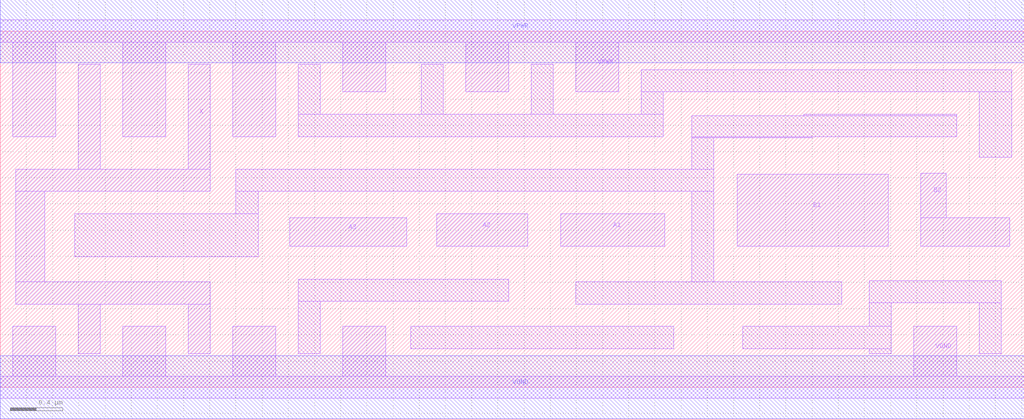
<source format=lef>
# Copyright 2020 The SkyWater PDK Authors
#
# Licensed under the Apache License, Version 2.0 (the "License");
# you may not use this file except in compliance with the License.
# You may obtain a copy of the License at
#
#     https://www.apache.org/licenses/LICENSE-2.0
#
# Unless required by applicable law or agreed to in writing, software
# distributed under the License is distributed on an "AS IS" BASIS,
# WITHOUT WARRANTIES OR CONDITIONS OF ANY KIND, either express or implied.
# See the License for the specific language governing permissions and
# limitations under the License.
#
# SPDX-License-Identifier: Apache-2.0

VERSION 5.5 ;
NAMESCASESENSITIVE ON ;
BUSBITCHARS "[]" ;
DIVIDERCHAR "/" ;
MACRO sky130_fd_sc_hd__a32o_4
  CLASS CORE ;
  SOURCE USER ;
  ORIGIN  0.000000  0.000000 ;
  SIZE  7.820000 BY  2.720000 ;
  SYMMETRY X Y R90 ;
  SITE unithd ;
  PIN A1
    ANTENNAGATEAREA  0.495000 ;
    DIRECTION INPUT ;
    USE SIGNAL ;
    PORT
      LAYER li1 ;
        RECT 4.280000 1.075000 5.075000 1.325000 ;
    END
  END A1
  PIN A2
    ANTENNAGATEAREA  0.495000 ;
    DIRECTION INPUT ;
    USE SIGNAL ;
    PORT
      LAYER li1 ;
        RECT 3.335000 1.075000 4.030000 1.325000 ;
    END
  END A2
  PIN A3
    ANTENNAGATEAREA  0.495000 ;
    DIRECTION INPUT ;
    USE SIGNAL ;
    PORT
      LAYER li1 ;
        RECT 2.210000 1.075000 3.105000 1.295000 ;
    END
  END A3
  PIN B1
    ANTENNAGATEAREA  0.495000 ;
    DIRECTION INPUT ;
    USE SIGNAL ;
    PORT
      LAYER li1 ;
        RECT 5.630000 1.075000 6.780000 1.625000 ;
    END
  END B1
  PIN B2
    ANTENNAGATEAREA  0.495000 ;
    DIRECTION INPUT ;
    USE SIGNAL ;
    PORT
      LAYER li1 ;
        RECT 7.030000 1.075000 7.710000 1.295000 ;
        RECT 7.030000 1.295000 7.225000 1.635000 ;
    END
  END B2
  PIN X
    ANTENNADIFFAREA  0.891000 ;
    DIRECTION OUTPUT ;
    USE SIGNAL ;
    PORT
      LAYER li1 ;
        RECT 0.120000 0.635000 1.605000 0.805000 ;
        RECT 0.120000 0.805000 0.340000 1.495000 ;
        RECT 0.120000 1.495000 1.605000 1.665000 ;
        RECT 0.595000 0.255000 0.765000 0.635000 ;
        RECT 0.595000 1.665000 0.765000 2.465000 ;
        RECT 1.435000 0.255000 1.605000 0.635000 ;
        RECT 1.435000 1.665000 1.605000 2.465000 ;
    END
  END X
  PIN VGND
    DIRECTION INOUT ;
    SHAPE ABUTMENT ;
    USE GROUND ;
    PORT
      LAYER li1 ;
        RECT 0.000000 -0.085000 7.820000 0.085000 ;
        RECT 0.095000  0.085000 0.425000 0.465000 ;
        RECT 0.935000  0.085000 1.265000 0.465000 ;
        RECT 1.775000  0.085000 2.105000 0.465000 ;
        RECT 2.615000  0.085000 2.945000 0.465000 ;
        RECT 6.975000  0.085000 7.305000 0.465000 ;
    END
    PORT
      LAYER met1 ;
        RECT 0.000000 -0.240000 7.820000 0.240000 ;
    END
  END VGND
  PIN VNB
    DIRECTION INOUT ;
    USE GROUND ;
    PORT
    END
  END VNB
  PIN VPB
    DIRECTION INOUT ;
    USE POWER ;
    PORT
    END
  END VPB
  PIN VPWR
    DIRECTION INOUT ;
    SHAPE ABUTMENT ;
    USE POWER ;
    PORT
      LAYER li1 ;
        RECT 0.000000 2.635000 7.820000 2.805000 ;
        RECT 0.095000 1.915000 0.425000 2.635000 ;
        RECT 0.935000 1.915000 1.265000 2.635000 ;
        RECT 1.775000 1.915000 2.105000 2.635000 ;
        RECT 2.615000 2.255000 2.945000 2.635000 ;
        RECT 3.555000 2.255000 3.885000 2.635000 ;
        RECT 4.395000 2.255000 4.725000 2.635000 ;
    END
    PORT
      LAYER met1 ;
        RECT 0.000000 2.480000 7.820000 2.960000 ;
    END
  END VPWR
  OBS
    LAYER li1 ;
      RECT 0.570000 0.995000 1.970000 1.325000 ;
      RECT 1.800000 1.325000 1.970000 1.495000 ;
      RECT 1.800000 1.495000 5.450000 1.665000 ;
      RECT 2.275000 0.255000 2.445000 0.655000 ;
      RECT 2.275000 0.655000 3.885000 0.825000 ;
      RECT 2.275000 1.915000 5.065000 2.085000 ;
      RECT 2.275000 2.085000 2.445000 2.465000 ;
      RECT 3.135000 0.295000 5.145000 0.465000 ;
      RECT 3.215000 2.085000 3.385000 2.465000 ;
      RECT 4.055000 2.085000 4.225000 2.465000 ;
      RECT 4.395000 0.635000 6.425000 0.805000 ;
      RECT 4.895000 2.085000 5.065000 2.255000 ;
      RECT 4.895000 2.255000 7.725000 2.425000 ;
      RECT 5.280000 0.805000 5.450000 1.495000 ;
      RECT 5.280000 1.665000 5.450000 1.905000 ;
      RECT 5.280000 1.905000 6.200000 1.915000 ;
      RECT 5.280000 1.915000 7.305000 2.075000 ;
      RECT 5.670000 0.295000 6.805000 0.465000 ;
      RECT 6.135000 2.075000 7.305000 2.085000 ;
      RECT 6.635000 0.255000 6.805000 0.295000 ;
      RECT 6.635000 0.465000 6.805000 0.645000 ;
      RECT 6.635000 0.645000 7.645000 0.815000 ;
      RECT 7.475000 0.255000 7.645000 0.645000 ;
      RECT 7.475000 1.755000 7.725000 2.255000 ;
  END
END sky130_fd_sc_hd__a32o_4
END LIBRARY

</source>
